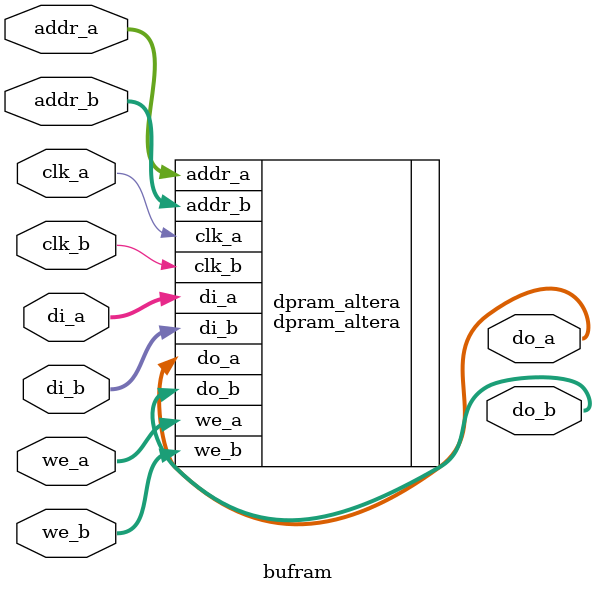
<source format=v>
/*
 * Copyright (c) 2011, Stefan Kristiansson <stefan.kristiansson@saunalahti.fi>
 * All rights reserved.
 *
 * Redistribution and use in source and non-source forms, with or without
 * modification, are permitted provided that the following conditions are met:
 *     * Redistributions of source code must retain the above copyright
 *       notice, this list of conditions and the following disclaimer.
 *     * Redistributions in non-source form must reproduce the above copyright
 *       notice, this list of conditions and the following disclaimer in the
 *       documentation and/or other materials provided with the distribution.
 *
 * THIS WORK IS PROVIDED BY THE COPYRIGHT HOLDERS AND CONTRIBUTORS "AS IS"
 * AND ANY EXPRESS OR IMPLIED WARRANTIES, INCLUDING, BUT NOT LIMITED TO,
 * THE IMPLIED WARRANTIES OF MERCHANTABILITY AND FITNESS FOR A PARTICULAR
 * PURPOSE ARE DISCLAIMED. IN NO EVENT SHALL THE COPYRIGHT HOLDER OR
 * CONTRIBUTORS BE LIABLE FOR ANY DIRECT, INDIRECT, INCIDENTAL, SPECIAL,
 * EXEMPLARY, OR CONSEQUENTIAL DAMAGES (INCLUDING, BUT NOT LIMITED TO,
 * PROCUREMENT OF SUBSTITUTE GOODS OR SERVICES;
 * LOSS OF USE, DATA, OR PROFITS; OR BUSINESS INTERRUPTION) HOWEVER CAUSED AND
 * ON ANY THEORY OF LIABILITY, WHETHER IN CONTRACT, STRICT LIABILITY, OR TORT
 * (INCLUDING NEGLIGENCE OR OTHERWISE) ARISING IN ANY WAY OUT OF THE USE OF THIS
 * WORK, EVEN IF ADVISED OF THE POSSIBILITY OF SUCH DAMAGE.
 */

module bufram #(
	parameter ADDR_WIDTH = 3
)
(
	input			clk_a,
	input  [ADDR_WIDTH-1:0]	addr_a,
	input  [3:0]		we_a,
	input  [31:0]		di_a,
	output [31:0]		do_a,

	input			clk_b,
	input  [ADDR_WIDTH-1:0]	addr_b,
	input  [3:0]		we_b,
	input  [31:0]		di_b,
	output [31:0]		do_b
);

dpram_altera #(
	.ADDR_WIDTH(ADDR_WIDTH)
) dpram_altera (
	.clk_a		(clk_a),
	.addr_a		(addr_a),
	.we_a		(we_a),
	.di_a		(di_a),
	.do_a		(do_a),

	.clk_b		(clk_b),
	.addr_b		(addr_b),
	.we_b		(we_b),
	.di_b		(di_b),
	.do_b		(do_b)
);

endmodule

</source>
